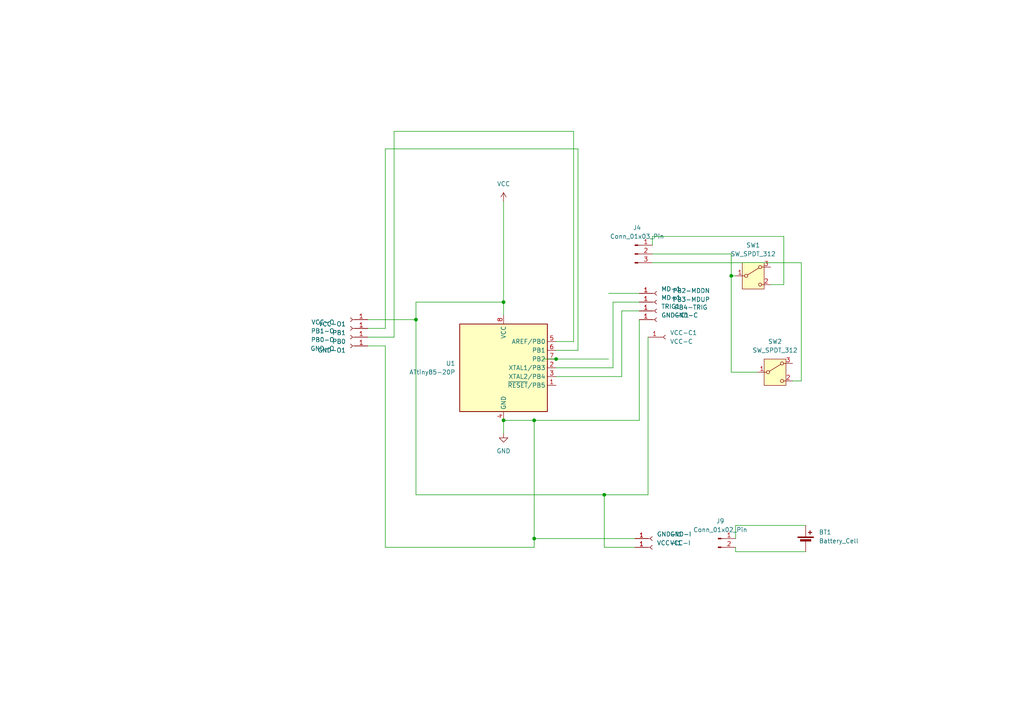
<source format=kicad_sch>
(kicad_sch (version 20250114) (generator "eeschema") (generator_version "9.0")
  (paper "A4")
  (lib_symbols
    (symbol "Connector:Conn_01x01_Socket" (pin_names (offset 1.016) (hide yes))
      (property "Reference" "J" (at 0 2.54 0))
      (property "Value" "Conn_01x01_Socket" (at 0 -2.54 0))
      (symbol "Conn_01x01_Socket_1_1"
        (polyline (pts (xy -1.27 0) (xy -0.508 0)) (stroke (width 0.1524)))
        (arc (start 0 -0.508) (mid -0.5058 0) (end 0 0.508) (stroke (width 0.1524)))
        (pin passive line (at -5.08 0 0) (length 3.81) (name "Pin_1") (number "1"))
      )
    )
    (symbol "Connector:Conn_01x02_Pin" (pin_names (offset 1.016) (hide yes))
      (property "Reference" "J" (at 0 2.54 0))
      (property "Value" "Conn_01x02_Pin" (at 0 -5.08 0))
      (symbol "Conn_01x02_Pin_1_1"
        (rectangle (start 0.8636 0.127) (end 0 -0.127) (stroke (width 0.1524)) (fill (type outline)))
        (rectangle (start 0.8636 -2.413) (end 0 -2.667) (stroke (width 0.1524)) (fill (type outline)))
        (polyline (pts (xy 1.27 0) (xy 0.8636 0)) (stroke (width 0.1524)))
        (polyline (pts (xy 1.27 -2.54) (xy 0.8636 -2.54)) (stroke (width 0.1524)))
        (pin passive line (at 5.08 0 180) (length 3.81) (name "Pin_1") (number "1"))
        (pin passive line (at 5.08 -2.54 180) (length 3.81) (name "Pin_2") (number "2"))
      )
    )
    (symbol "Connector:Conn_01x03_Pin" (pin_names (offset 1.016) (hide yes))
      (property "Reference" "J" (at 0 5.08 0))
      (property "Value" "Conn_01x03_Pin" (at 0 -5.08 0))
      (symbol "Conn_01x03_Pin_1_1"
        (rectangle (start 0.8636 2.667) (end 0 2.413) (stroke (width 0.1524)) (fill (type outline)))
        (rectangle (start 0.8636 0.127) (end 0 -0.127) (stroke (width 0.1524)) (fill (type outline)))
        (rectangle (start 0.8636 -2.413) (end 0 -2.667) (stroke (width 0.1524)) (fill (type outline)))
        (polyline (pts (xy 1.27 2.54) (xy 0.8636 2.54)) (stroke (width 0.1524)))
        (polyline (pts (xy 1.27 0) (xy 0.8636 0)) (stroke (width 0.1524)))
        (polyline (pts (xy 1.27 -2.54) (xy 0.8636 -2.54)) (stroke (width 0.1524)))
        (pin passive line (at 5.08 2.54 180) (length 3.81) (name "Pin_1") (number "1"))
        (pin passive line (at 5.08 0 180) (length 3.81) (name "Pin_2") (number "2"))
        (pin passive line (at 5.08 -2.54 180) (length 3.81) (name "Pin_3") (number "3"))
      )
    )
    (symbol "Device:Battery_Cell" (pin_numbers (hide yes)) (pin_names (offset 0) (hide yes))
      (property "Reference" "BT" (at 2.54 2.54 0))
      (property "Value" "Battery_Cell" (at 2.54 0 0))
      (symbol "Battery_Cell_0_1"
        (rectangle (start -2.286 1.778) (end 2.286 1.524) (fill (type outline)))
        (rectangle (start -1.524 1.016) (end 1.524 0.508) (fill (type outline)))
        (polyline (pts (xy 0 1.778) (xy 0 2.54)))
        (polyline (pts (xy 0 0.762) (xy 0 0)))
        (polyline (pts (xy 0.762 3.048) (xy 1.778 3.048)) (stroke (width 0.254)))
        (polyline (pts (xy 1.27 3.556) (xy 1.27 2.54)) (stroke (width 0.254)))
      )
      (symbol "Battery_Cell_1_1"
        (pin passive line (at 0 5.08 270) (length 2.54) (name "+") (number "1"))
        (pin passive line (at 0 -2.54 90) (length 2.54) (name "-") (number "2"))
      )
    )
    (symbol "MCU_Microchip_ATtiny:ATtiny85-20P"
      (property "Reference" "U" (at -12.7 13.97 0))
      (property "Value" "ATtiny85-20P" (at 2.54 -13.97 0))
      (symbol "ATtiny85-20P_0_1"
        (rectangle (start -12.7 -12.7) (end 12.7 12.7) (stroke (width 0.254)) (fill (type background)))
      )
      (symbol "ATtiny85-20P_1_1"
        (pin power_in line (at 0 15.24 270) (length 2.54) (name "VCC") (number "8"))
        (pin power_in line (at 0 -15.24 90) (length 2.54) (name "GND") (number "4"))
        (pin bidirectional line (at 15.24 7.62 180) (length 2.54) (name "AREF/PB0") (number "5"))
        (pin bidirectional line (at 15.24 5.08 180) (length 2.54) (name "PB1") (number "6"))
        (pin bidirectional line (at 15.24 2.54 180) (length 2.54) (name "PB2") (number "7"))
        (pin bidirectional line (at 15.24 0 180) (length 2.54) (name "XTAL1/PB3") (number "2"))
        (pin bidirectional line (at 15.24 -2.54 180) (length 2.54) (name "XTAL2/PB4") (number "3"))
        (pin bidirectional line (at 15.24 -5.08 180) (length 2.54) (name "~{RESET}/PB5") (number "1"))
      )
    )
    (symbol "Switch:SW_SPDT_312" (pin_names (offset 1) (hide yes))
      (property "Reference" "SW" (at 0 5.08 0))
      (property "Value" "SW_SPDT_312" (at 0 -5.08 0))
      (symbol "SW_SPDT_312_0_1"
        (circle (center -2.032 0) (radius 0.4572))
        (polyline (pts (xy -1.651 0.254) (xy 1.651 2.286)))
        (circle (center 2.032 2.54) (radius 0.4572))
        (circle (center 2.032 -2.54) (radius 0.4572))
      )
      (symbol "SW_SPDT_312_1_1"
        (rectangle (start -3.175 3.81) (end 3.175 -3.81) (fill (type background)))
        (pin passive line (at -5.08 0 0) (length 2.54) (name "B") (number "1"))
        (pin passive line (at 5.08 2.54 180) (length 2.54) (name "A") (number "3"))
        (pin passive line (at 5.08 -2.54 180) (length 2.54) (name "C") (number "2"))
      )
    )
    (symbol "power:GND" (power) (pin_names (offset 0))
      (property "Value" "GND" (at 0 -3.81 0))
      (symbol "GND_0_1"
        (polyline (pts (xy 0 0) (xy 0 -1.27) (xy 1.27 -1.27) (xy 0 -2.54) (xy -1.27 -1.27) (xy 0 -1.27)))
      )
      (symbol "GND_1_1"
        (pin power_in line (at 0 0 270) (length 0) (hide yes) (name "GND") (number "1"))
      )
    )
    (symbol "power:VCC" (power) (pin_names (offset 0))
      (property "Value" "VCC" (at 0 3.81 0))
      (symbol "VCC_0_1"
        (polyline (pts (xy -0.762 1.27) (xy 0 2.54)))
        (polyline (pts (xy 0 2.54) (xy 0.762 1.27)))
        (polyline (pts (xy 0 0) (xy 0 2.54)))
      )
      (symbol "VCC_1_1"
        (pin power_in line (at 0 0 90) (length 0) (hide yes) (name "VCC") (number "1"))
      )
    )
  )
  (junction (at 212.09 80.01))
  (junction (at 146.05 87.63))
  (junction (at 161.29 104.14))
  (junction (at 154.94 121.92))
  (junction (at 146.05 121.92))
  (junction (at 175.26 143.51))
  (junction (at 120.65 92.71))
  (junction (at 154.94 156.21))
  (wire (pts (xy 185.42 92.71) (xy 185.42 121.92)))
  (wire (pts (xy 213.36 152.4) (xy 213.36 156.21)))
  (wire (pts (xy 189.23 68.58) (xy 227.33 68.58)))
  (wire (pts (xy 189.23 68.58) (xy 189.23 71.12)))
  (wire (pts (xy 120.65 143.51) (xy 175.26 143.51)))
  (wire (pts (xy 180.34 90.17) (xy 180.34 109.22)))
  (wire (pts (xy 219.71 107.95) (xy 212.09 107.95)))
  (wire (pts (xy 111.76 158.75) (xy 154.94 158.75)))
  (wire (pts (xy 146.05 121.92) (xy 146.05 125.73)))
  (wire (pts (xy 120.65 87.63) (xy 120.65 92.71)))
  (wire (pts (xy 161.29 109.22) (xy 180.34 109.22)))
  (wire (pts (xy 154.94 121.92) (xy 154.94 156.21)))
  (wire (pts (xy 213.36 80.01) (xy 212.09 80.01)))
  (wire (pts (xy 212.09 80.01) (xy 212.09 107.95)))
  (wire (pts (xy 175.26 158.75) (xy 175.26 143.51)))
  (wire (pts (xy 114.3 38.1) (xy 166.37 38.1)))
  (wire (pts (xy 213.36 160.02) (xy 213.36 158.75)))
  (wire (pts (xy 106.68 97.79) (xy 114.3 97.79)))
  (wire (pts (xy 106.68 92.71) (xy 120.65 92.71)))
  (wire (pts (xy 111.76 43.18) (xy 167.64 43.18)))
  (wire (pts (xy 187.96 97.79) (xy 187.96 143.51)))
  (wire (pts (xy 176.53 85.09) (xy 185.42 85.09)))
  (wire (pts (xy 177.8 106.68) (xy 177.8 87.63)))
  (wire (pts (xy 146.05 87.63) (xy 146.05 91.44)))
  (wire (pts (xy 189.23 73.66) (xy 212.09 73.66)))
  (wire (pts (xy 154.94 156.21) (xy 154.94 158.75)))
  (wire (pts (xy 166.37 38.1) (xy 166.37 99.06)))
  (wire (pts (xy 106.68 100.33) (xy 111.76 100.33)))
  (wire (pts (xy 111.76 95.25) (xy 111.76 43.18)))
  (wire (pts (xy 187.96 143.51) (xy 175.26 143.51)))
  (wire (pts (xy 166.37 99.06) (xy 161.29 99.06)))
  (wire (pts (xy 212.09 73.66) (xy 212.09 80.01)))
  (wire (pts (xy 233.68 152.4) (xy 213.36 152.4)))
  (wire (pts (xy 185.42 90.17) (xy 180.34 90.17)))
  (wire (pts (xy 233.68 160.02) (xy 213.36 160.02)))
  (wire (pts (xy 167.64 43.18) (xy 167.64 101.6)))
  (wire (pts (xy 111.76 100.33) (xy 111.76 158.75)))
  (wire (pts (xy 157.48 104.14) (xy 161.29 104.14)))
  (wire (pts (xy 229.87 110.49) (xy 232.41 110.49)))
  (wire (pts (xy 232.41 110.49) (xy 232.41 76.2)))
  (wire (pts (xy 146.05 58.42) (xy 146.05 87.63)))
  (wire (pts (xy 120.65 92.71) (xy 120.65 143.51)))
  (wire (pts (xy 161.29 104.14) (xy 176.53 104.14)))
  (wire (pts (xy 177.8 87.63) (xy 185.42 87.63)))
  (wire (pts (xy 189.23 76.2) (xy 232.41 76.2)))
  (wire (pts (xy 161.29 106.68) (xy 177.8 106.68)))
  (wire (pts (xy 184.15 156.21) (xy 154.94 156.21)))
  (wire (pts (xy 120.65 87.63) (xy 146.05 87.63)))
  (wire (pts (xy 154.94 121.92) (xy 185.42 121.92)))
  (wire (pts (xy 114.3 97.79) (xy 114.3 38.1)))
  (wire (pts (xy 227.33 82.55) (xy 223.52 82.55)))
  (wire (pts (xy 167.64 101.6) (xy 161.29 101.6)))
  (wire (pts (xy 184.15 158.75) (xy 175.26 158.75)))
  (wire (pts (xy 146.05 121.92) (xy 154.94 121.92)))
  (wire (pts (xy 106.68 95.25) (xy 111.76 95.25)))
  (wire (pts (xy 227.33 82.55) (xy 227.33 68.58)))
  (symbol (lib_id "Connector:Conn_01x01_Socket") (at 190.5 87.63 0) (unit 1)
    (property "Reference" "MD+1" (at 191.77 86.3599 0) (effects (justify left)))
    (property "Value" "PB3-MDUP" (at 195.072 86.868 0) (effects (justify left)))
    (property "Footprint" "Kelvin_Library:SolderWire-0.15sqmm_1x01_D0.5mm_OD1.5mm_Relief_SHORT" (effects (hide yes)))
    (property "Description" "Generic connector, single row, 01x01, script generated" (effects (hide yes)))
  )
  (symbol (lib_id "Connector:Conn_01x01_Socket") (at 101.6 92.71 180) (unit 1)
    (property "Reference" "VCC-O1" (at 100.33 93.9801 0) (effects (justify left)))
    (property "Value" "VCC-O" (at 97.028 93.472 0) (effects (justify left)))
    (property "Footprint" "Kelvin_Library:SolderWire-0.15sqmm_1x01_D0.5mm_OD1.5mm_Relief_SHORT" (effects (hide yes)))
    (property "Description" "Generic connector, single row, 01x01, script generated" (effects (hide yes)))
  )
  (symbol (lib_id "Connector:Conn_01x01_Socket") (at 190.5 92.71 0) (unit 1)
    (property "Reference" "GND-C1" (at 191.77 91.4399 0) (effects (justify left)))
    (property "Value" "GND-C" (at 195.58 91.44 0) (effects (justify left)))
    (property "Footprint" "Kelvin_Library:SolderWire-0.15sqmm_1x01_D0.5mm_OD1.5mm_Relief_SHORT" (effects (hide yes)))
    (property "Description" "Generic connector, single row, 01x01, script generated" (effects (hide yes)))
  )
  (symbol (lib_id "Connector:Conn_01x01_Socket") (at 101.6 97.79 180) (unit 1)
    (property "Reference" "PB0" (at 100.33 99.0601 0) (effects (justify left)))
    (property "Value" "PB0-O" (at 97.028 98.552 0) (effects (justify left)))
    (property "Footprint" "Kelvin_Library:SolderWire-0.15sqmm_1x01_D0.5mm_OD1.5mm_Relief_SHORT" (effects (hide yes)))
    (property "Description" "Generic connector, single row, 01x01, script generated" (effects (hide yes)))
  )
  (symbol (lib_id "Connector:Conn_01x01_Socket") (at 189.23 158.75 0) (unit 1)
    (property "Reference" "VCC-I1" (at 190.5 157.4799 0) (effects (justify left)))
    (property "Value" "VCC-I" (at 194.31 157.48 0) (effects (justify left)))
    (property "Footprint" "Kelvin_Library:SolderWire-0.15sqmm_1x01_D0.5mm_OD1.5mm_Relief_SHORT" (effects (hide yes)))
    (property "Description" "Generic connector, single row, 01x01, script generated" (effects (hide yes)))
  )
  (symbol (lib_id "Connector:Conn_01x03_Pin") (at 184.15 73.66 0) (unit 1)
    (property "Reference" "J4" (at 184.785 66.04 0))
    (property "Value" "Conn_01x03_Pin" (at 184.785 68.58 0))
    (property "Description" "Generic connector, single row, 01x03, script generated" (effects (hide yes)))
  )
  (symbol (lib_id "Connector:Conn_01x01_Socket") (at 101.6 100.33 180) (unit 1)
    (property "Reference" "GND-O1" (at 100.33 101.6001 0) (effects (justify left)))
    (property "Value" "GND-O" (at 97.028 101.092 0) (effects (justify left)))
    (property "Footprint" "Kelvin_Library:SolderWire-0.15sqmm_1x01_D0.5mm_OD1.5mm_Relief_SHORT" (effects (hide yes)))
    (property "Description" "Generic connector, single row, 01x01, script generated" (effects (hide yes)))
  )
  (symbol (lib_id "Connector:Conn_01x01_Socket") (at 193.04 97.79 0) (unit 1)
    (property "Reference" "VCC-C1" (at 194.31 96.5199 0) (effects (justify left)))
    (property "Value" "VCC-C" (at 194.31 99.0599 0) (effects (justify left)))
    (property "Footprint" "Kelvin_Library:SolderWire-0.15sqmm_1x01_D0.5mm_OD1.5mm_Relief_SHORT" (effects (hide yes)))
    (property "Description" "Generic connector, single row, 01x01, script generated" (effects (hide yes)))
  )
  (symbol (lib_id "Connector:Conn_01x01_Socket") (at 189.23 156.21 0) (unit 1)
    (property "Reference" "GND-I1" (at 190.5 154.9399 0) (effects (justify left)))
    (property "Value" "GND-I" (at 194.31 154.94 0) (effects (justify left)))
    (property "Footprint" "Kelvin_Library:SolderWire-0.15sqmm_1x01_D0.5mm_OD1.5mm_Relief_SHORT" (effects (hide yes)))
    (property "Description" "Generic connector, single row, 01x01, script generated" (effects (hide yes)))
  )
  (symbol (lib_id "MCU_Microchip_ATtiny:ATtiny85-20P") (at 146.05 106.68 0) (unit 1)
    (property "Reference" "U1" (at 132.08 105.4099 0) (effects (justify right)))
    (property "Value" "ATtiny85-20P" (at 132.08 107.9499 0) (effects (justify right)))
    (property "Footprint" "Package_DIP:DIP-8_W7.62mm" (effects (hide yes)))
    (property "Datasheet" "http://ww1.microchip.com/downloads/en/DeviceDoc/atmel-2586-avr-8-bit-microcontroller-attiny25-attiny45-attiny85_datasheet.pdf" (effects (hide yes)))
  )
  (symbol (lib_id "power:VCC") (at 146.05 58.42 0) (unit 1)
    (property "Reference" "#PWR0102" (effects (hide yes)))
    (property "Value" "VCC" (at 146.05 53.34 0))
  )
  (symbol (lib_id "Connector:Conn_01x02_Pin") (at 208.28 156.21 0) (unit 1)
    (property "Reference" "J9" (at 208.915 151.13 0))
    (property "Value" "Conn_01x02_Pin" (at 208.915 153.67 0))
    (property "Description" "Generic connector, single row, 01x02, script generated" (effects (hide yes)))
  )
  (symbol (lib_id "Switch:SW_SPDT_312") (at 224.79 107.95 0) (unit 1)
    (property "Reference" "SW2" (at 224.79 99.06 0))
    (property "Value" "SW_SPDT_312" (at 224.79 101.6 0))
    (property "Description" "Switch, single pole double throw" (effects (hide yes)))
  )
  (symbol (lib_id "Connector:Conn_01x01_Socket") (at 190.5 90.17 0) (unit 1)
    (property "Reference" "TRIG1" (at 191.77 88.8999 0) (effects (justify left)))
    (property "Value" "PB4-TRIG" (at 195.58 89.154 0) (effects (justify left)))
    (property "Footprint" "Kelvin_Library:SolderWire-0.15sqmm_1x01_D0.5mm_OD1.5mm_Relief_SHORT" (effects (hide yes)))
    (property "Description" "Generic connector, single row, 01x01, script generated" (effects (hide yes)))
  )
  (symbol (lib_id "Switch:SW_SPDT_312") (at 218.44 80.01 0) (unit 1)
    (property "Reference" "SW1" (at 218.44 71.12 0))
    (property "Value" "SW_SPDT_312" (at 218.44 73.66 0))
    (property "Description" "Switch, single pole double throw" (effects (hide yes)))
  )
  (symbol (lib_id "Connector:Conn_01x01_Socket") (at 101.6 95.25 180) (unit 1)
    (property "Reference" "PB1" (at 100.33 96.5201 0) (effects (justify left)))
    (property "Value" "PB1-O" (at 97.028 96.012 0) (effects (justify left)))
    (property "Footprint" "Kelvin_Library:SolderWire-0.15sqmm_1x01_D0.5mm_OD1.5mm_Relief_SHORT" (effects (hide yes)))
    (property "Description" "Generic connector, single row, 01x01, script generated" (effects (hide yes)))
  )
  (symbol (lib_id "power:GND") (at 146.05 125.73 0) (unit 1)
    (property "Reference" "#PWR0101" (effects (hide yes)))
    (property "Value" "GND" (at 146.05 130.81 0))
  )
  (symbol (lib_id "Connector:Conn_01x01_Socket") (at 190.5 85.09 0) (unit 1)
    (property "Reference" "MD-1" (at 191.77 83.8199 0) (effects (justify left)))
    (property "Value" "PB2-MDDN" (at 195.072 84.328 0) (effects (justify left)))
    (property "Footprint" "Kelvin_Library:SolderWire-0.15sqmm_1x01_D0.5mm_OD1.5mm_Relief_SHORT" (effects (hide yes)))
    (property "Description" "Generic connector, single row, 01x01, script generated" (effects (hide yes)))
  )
  (symbol (lib_id "Device:Battery_Cell") (at 233.68 157.48 0) (unit 1)
    (property "Reference" "BT1" (at 237.49 154.3684 0) (effects (justify left)))
    (property "Value" "Battery_Cell" (at 237.49 156.9084 0) (effects (justify left)))
    (property "Description" "Single-cell battery" (effects (hide yes)))
  )
)
</source>
